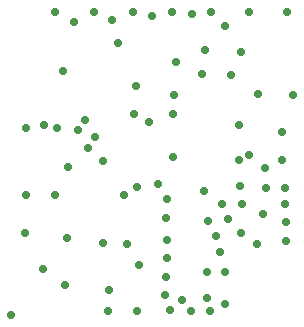
<source format=gbs>
G04 Layer_Color=16711935*
%FSLAX24Y24*%
%MOIN*%
G70*
G01*
G75*
%ADD66C,0.0280*%
D66*
X5708Y6950D02*
D03*
X8230Y5600D02*
D03*
X4503Y4523D02*
D03*
X2520Y6430D02*
D03*
X3360Y5380D02*
D03*
X1370Y1800D02*
D03*
X5588Y416D02*
D03*
X2210Y5180D02*
D03*
X1770Y10350D02*
D03*
X3070D02*
D03*
X4360D02*
D03*
X5650D02*
D03*
X6950D02*
D03*
X8230D02*
D03*
X9500D02*
D03*
X4560Y1913D02*
D03*
X790Y6480D02*
D03*
X9340Y5420D02*
D03*
X7620Y8250D02*
D03*
X6650Y8290D02*
D03*
X7970Y9020D02*
D03*
X6770Y9070D02*
D03*
X5780Y8690D02*
D03*
X7420Y9880D02*
D03*
X6320Y10290D02*
D03*
X5010Y10230D02*
D03*
X3650Y10070D02*
D03*
X3870Y9330D02*
D03*
X2400Y10030D02*
D03*
X2020Y8400D02*
D03*
X1830Y6470D02*
D03*
X2080Y1240D02*
D03*
X1750Y4250D02*
D03*
X790Y4260D02*
D03*
X5210Y4610D02*
D03*
X8750Y5150D02*
D03*
X6930Y370D02*
D03*
X6300D02*
D03*
X5988Y754D02*
D03*
X5440Y910D02*
D03*
X5480Y2140D02*
D03*
Y2750D02*
D03*
X5470Y3480D02*
D03*
X5490Y4130D02*
D03*
X5450Y1510D02*
D03*
X6820Y1670D02*
D03*
X7420Y1680D02*
D03*
X7140Y2890D02*
D03*
X8000Y3950D02*
D03*
X7530Y3450D02*
D03*
X6860Y3400D02*
D03*
X7330Y3960D02*
D03*
X7930Y4540D02*
D03*
X8800Y4470D02*
D03*
X9430Y4500D02*
D03*
X8710Y3620D02*
D03*
X9460Y2730D02*
D03*
X9420Y3940D02*
D03*
X8490Y2620D02*
D03*
X9450Y3360D02*
D03*
X7950Y3000D02*
D03*
X7270Y2340D02*
D03*
X6820Y830D02*
D03*
X7440Y620D02*
D03*
X4480Y390D02*
D03*
X6720Y4400D02*
D03*
X7880Y5430D02*
D03*
X9340Y6340D02*
D03*
X8530Y7630D02*
D03*
X5708Y5505D02*
D03*
X4400Y6950D02*
D03*
X4890Y6690D02*
D03*
X5720Y7590D02*
D03*
X1410Y6580D02*
D03*
X3100Y6170D02*
D03*
X2760Y6740D02*
D03*
X2870Y5830D02*
D03*
X4170Y2630D02*
D03*
X3360Y2640D02*
D03*
X4060Y4240D02*
D03*
X760Y3000D02*
D03*
X7900Y6579D02*
D03*
X9690Y7580D02*
D03*
X310Y250D02*
D03*
X3530Y400D02*
D03*
X3560Y1080D02*
D03*
X2160Y2810D02*
D03*
X4450Y7870D02*
D03*
M02*

</source>
